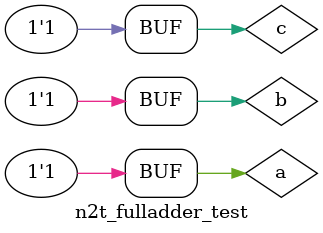
<source format=v>
`timescale 1ns / 1ps

module n2t_fulladder_test();
    reg a,b,c;
    wire sum, carry;
    
    n2t_fulladder FA1(sum,carry,a,b,c);
    
    initial
    begin
        $monitor ($time, " a=%b, b=%b, c=%b, sum=%b, carry=%b", a,b,c,sum,carry);
    end
    
    initial
    begin
        a=1'b0; b=1'b0; c=1'b0;#100;
        a=1'b0; b=1'b1; c=1'b0;#100;
        a=1'b1; b=1'b0; c=1'b0;#100;
        a=1'b1; b=1'b1; c=1'b0;#100;
        a=1'b0; b=1'b0; c=1'b1;#100;
        a=1'b0; b=1'b1; c=1'b1;#100;
        a=1'b1; b=1'b0; c=1'b1;#100;
        a=1'b1; b=1'b1; c=1'b1;#100;
    end    
endmodule

</source>
